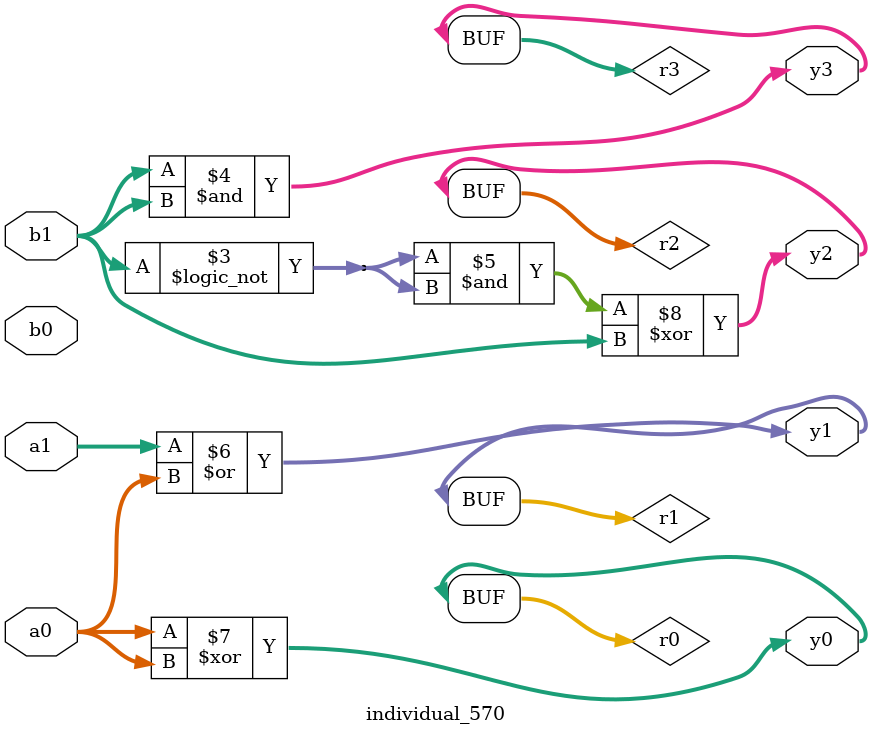
<source format=sv>
module individual_570(input logic [15:0] a1, input logic [15:0] a0, input logic [15:0] b1, input logic [15:0] b0, output logic [15:0] y3, output logic [15:0] y2, output logic [15:0] y1, output logic [15:0] y0);
logic [15:0] r0, r1, r2, r3; 
 always@(*) begin 
	 r0 = a0; r1 = a1; r2 = b0; r3 = b1; 
 	 r2  &=  b1 ;
 	 r2 = ! r3 ;
 	 r3  &=  r3 ;
 	 r2  &=  r2 ;
 	 r1  |=  a0 ;
 	 r0  ^=  r0 ;
 	 r2  ^=  b1 ;
 	 y3 = r3; y2 = r2; y1 = r1; y0 = r0; 
end
endmodule
</source>
